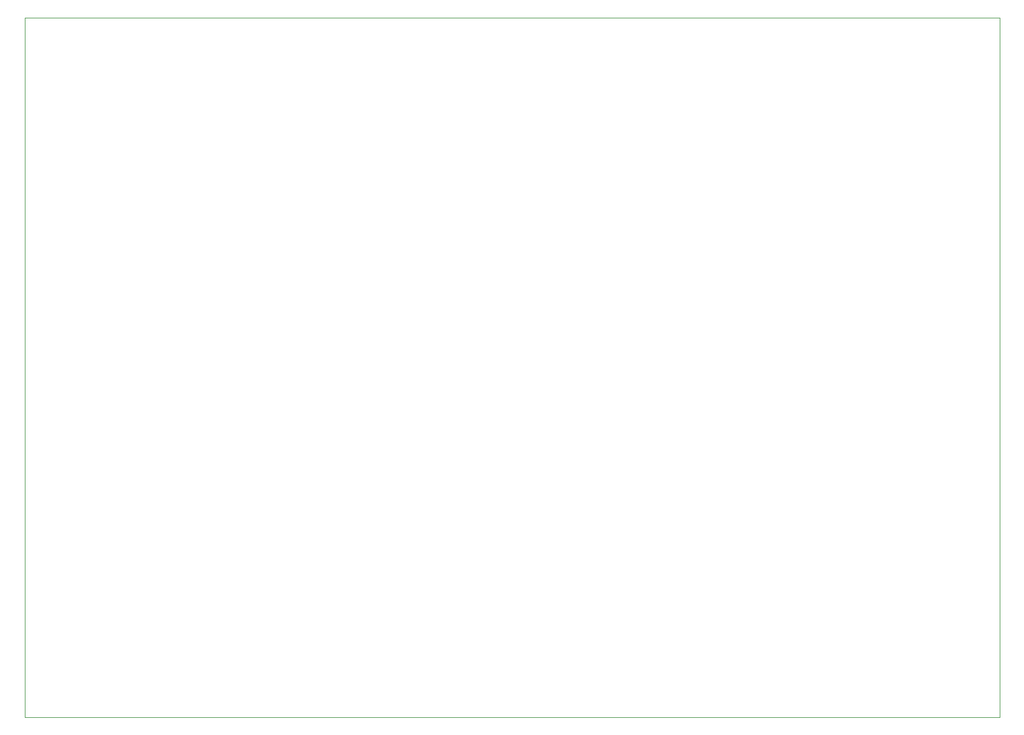
<source format=gbr>
%TF.GenerationSoftware,KiCad,Pcbnew,(6.0.0-0)*%
%TF.CreationDate,2022-08-19T02:12:03-04:00*%
%TF.ProjectId,CPU-MicrocodeEEPROM_Backplane,4350552d-4d69-4637-926f-636f64654545,rev?*%
%TF.SameCoordinates,Original*%
%TF.FileFunction,Profile,NP*%
%FSLAX46Y46*%
G04 Gerber Fmt 4.6, Leading zero omitted, Abs format (unit mm)*
G04 Created by KiCad (PCBNEW (6.0.0-0)) date 2022-08-19 02:12:03*
%MOMM*%
%LPD*%
G01*
G04 APERTURE LIST*
%TA.AperFunction,Profile*%
%ADD10C,0.100000*%
%TD*%
G04 APERTURE END LIST*
D10*
X101576544Y-26166044D02*
X241022544Y-26166044D01*
X241022544Y-26166044D02*
X241022544Y-126242044D01*
X241022544Y-126242044D02*
X101576544Y-126242044D01*
X101576544Y-126242044D02*
X101576544Y-26166044D01*
M02*

</source>
